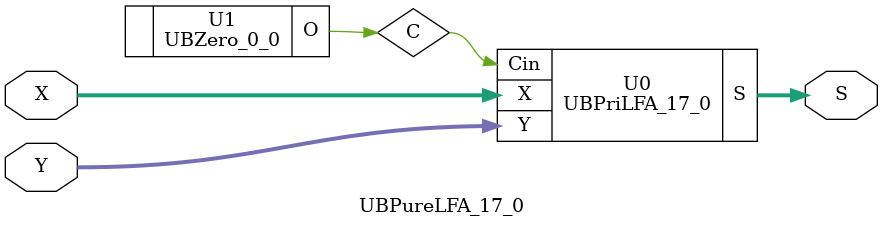
<source format=v>
/*----------------------------------------------------------------------------
  Copyright (c) 2021 Homma laboratory. All rights reserved.

  Top module: UBLFA_17_0_17_0

  Operand-1 length: 18
  Operand-2 length: 18
  Two-operand addition algorithm: Ladner-Fischer adder
----------------------------------------------------------------------------*/

module GPGenerator(Go, Po, A, B);
  output Go;
  output Po;
  input A;
  input B;
  assign Go = A & B;
  assign Po = A ^ B;
endmodule

module CarryOperator(Go, Po, Gi1, Pi1, Gi2, Pi2);
  output Go;
  output Po;
  input Gi1;
  input Gi2;
  input Pi1;
  input Pi2;
  assign Go = Gi1 | ( Gi2 & Pi1 );
  assign Po = Pi1 & Pi2;
endmodule

module UBPriLFA_17_0(S, X, Y, Cin);
  output [18:0] S;
  input Cin;
  input [17:0] X;
  input [17:0] Y;
  wire [17:0] G0;
  wire [17:0] G1;
  wire [17:0] G2;
  wire [17:0] G3;
  wire [17:0] G4;
  wire [17:0] G5;
  wire [17:0] P0;
  wire [17:0] P1;
  wire [17:0] P2;
  wire [17:0] P3;
  wire [17:0] P4;
  wire [17:0] P5;
  assign P1[0] = P0[0];
  assign G1[0] = G0[0];
  assign P1[2] = P0[2];
  assign G1[2] = G0[2];
  assign P1[4] = P0[4];
  assign G1[4] = G0[4];
  assign P1[6] = P0[6];
  assign G1[6] = G0[6];
  assign P1[8] = P0[8];
  assign G1[8] = G0[8];
  assign P1[10] = P0[10];
  assign G1[10] = G0[10];
  assign P1[12] = P0[12];
  assign G1[12] = G0[12];
  assign P1[14] = P0[14];
  assign G1[14] = G0[14];
  assign P1[16] = P0[16];
  assign G1[16] = G0[16];
  assign P2[0] = P1[0];
  assign G2[0] = G1[0];
  assign P2[1] = P1[1];
  assign G2[1] = G1[1];
  assign P2[4] = P1[4];
  assign G2[4] = G1[4];
  assign P2[5] = P1[5];
  assign G2[5] = G1[5];
  assign P2[8] = P1[8];
  assign G2[8] = G1[8];
  assign P2[9] = P1[9];
  assign G2[9] = G1[9];
  assign P2[12] = P1[12];
  assign G2[12] = G1[12];
  assign P2[13] = P1[13];
  assign G2[13] = G1[13];
  assign P2[16] = P1[16];
  assign G2[16] = G1[16];
  assign P2[17] = P1[17];
  assign G2[17] = G1[17];
  assign P3[0] = P2[0];
  assign G3[0] = G2[0];
  assign P3[1] = P2[1];
  assign G3[1] = G2[1];
  assign P3[2] = P2[2];
  assign G3[2] = G2[2];
  assign P3[3] = P2[3];
  assign G3[3] = G2[3];
  assign P3[8] = P2[8];
  assign G3[8] = G2[8];
  assign P3[9] = P2[9];
  assign G3[9] = G2[9];
  assign P3[10] = P2[10];
  assign G3[10] = G2[10];
  assign P3[11] = P2[11];
  assign G3[11] = G2[11];
  assign P3[16] = P2[16];
  assign G3[16] = G2[16];
  assign P3[17] = P2[17];
  assign G3[17] = G2[17];
  assign P4[0] = P3[0];
  assign G4[0] = G3[0];
  assign P4[1] = P3[1];
  assign G4[1] = G3[1];
  assign P4[2] = P3[2];
  assign G4[2] = G3[2];
  assign P4[3] = P3[3];
  assign G4[3] = G3[3];
  assign P4[4] = P3[4];
  assign G4[4] = G3[4];
  assign P4[5] = P3[5];
  assign G4[5] = G3[5];
  assign P4[6] = P3[6];
  assign G4[6] = G3[6];
  assign P4[7] = P3[7];
  assign G4[7] = G3[7];
  assign P4[16] = P3[16];
  assign G4[16] = G3[16];
  assign P4[17] = P3[17];
  assign G4[17] = G3[17];
  assign P5[0] = P4[0];
  assign G5[0] = G4[0];
  assign P5[1] = P4[1];
  assign G5[1] = G4[1];
  assign P5[2] = P4[2];
  assign G5[2] = G4[2];
  assign P5[3] = P4[3];
  assign G5[3] = G4[3];
  assign P5[4] = P4[4];
  assign G5[4] = G4[4];
  assign P5[5] = P4[5];
  assign G5[5] = G4[5];
  assign P5[6] = P4[6];
  assign G5[6] = G4[6];
  assign P5[7] = P4[7];
  assign G5[7] = G4[7];
  assign P5[8] = P4[8];
  assign G5[8] = G4[8];
  assign P5[9] = P4[9];
  assign G5[9] = G4[9];
  assign P5[10] = P4[10];
  assign G5[10] = G4[10];
  assign P5[11] = P4[11];
  assign G5[11] = G4[11];
  assign P5[12] = P4[12];
  assign G5[12] = G4[12];
  assign P5[13] = P4[13];
  assign G5[13] = G4[13];
  assign P5[14] = P4[14];
  assign G5[14] = G4[14];
  assign P5[15] = P4[15];
  assign G5[15] = G4[15];
  assign S[0] = Cin ^ P0[0];
  assign S[1] = ( G5[0] | ( P5[0] & Cin ) ) ^ P0[1];
  assign S[2] = ( G5[1] | ( P5[1] & Cin ) ) ^ P0[2];
  assign S[3] = ( G5[2] | ( P5[2] & Cin ) ) ^ P0[3];
  assign S[4] = ( G5[3] | ( P5[3] & Cin ) ) ^ P0[4];
  assign S[5] = ( G5[4] | ( P5[4] & Cin ) ) ^ P0[5];
  assign S[6] = ( G5[5] | ( P5[5] & Cin ) ) ^ P0[6];
  assign S[7] = ( G5[6] | ( P5[6] & Cin ) ) ^ P0[7];
  assign S[8] = ( G5[7] | ( P5[7] & Cin ) ) ^ P0[8];
  assign S[9] = ( G5[8] | ( P5[8] & Cin ) ) ^ P0[9];
  assign S[10] = ( G5[9] | ( P5[9] & Cin ) ) ^ P0[10];
  assign S[11] = ( G5[10] | ( P5[10] & Cin ) ) ^ P0[11];
  assign S[12] = ( G5[11] | ( P5[11] & Cin ) ) ^ P0[12];
  assign S[13] = ( G5[12] | ( P5[12] & Cin ) ) ^ P0[13];
  assign S[14] = ( G5[13] | ( P5[13] & Cin ) ) ^ P0[14];
  assign S[15] = ( G5[14] | ( P5[14] & Cin ) ) ^ P0[15];
  assign S[16] = ( G5[15] | ( P5[15] & Cin ) ) ^ P0[16];
  assign S[17] = ( G5[16] | ( P5[16] & Cin ) ) ^ P0[17];
  assign S[18] = G5[17] | ( P5[17] & Cin );
  GPGenerator U0 (G0[0], P0[0], X[0], Y[0]);
  GPGenerator U1 (G0[1], P0[1], X[1], Y[1]);
  GPGenerator U2 (G0[2], P0[2], X[2], Y[2]);
  GPGenerator U3 (G0[3], P0[3], X[3], Y[3]);
  GPGenerator U4 (G0[4], P0[4], X[4], Y[4]);
  GPGenerator U5 (G0[5], P0[5], X[5], Y[5]);
  GPGenerator U6 (G0[6], P0[6], X[6], Y[6]);
  GPGenerator U7 (G0[7], P0[7], X[7], Y[7]);
  GPGenerator U8 (G0[8], P0[8], X[8], Y[8]);
  GPGenerator U9 (G0[9], P0[9], X[9], Y[9]);
  GPGenerator U10 (G0[10], P0[10], X[10], Y[10]);
  GPGenerator U11 (G0[11], P0[11], X[11], Y[11]);
  GPGenerator U12 (G0[12], P0[12], X[12], Y[12]);
  GPGenerator U13 (G0[13], P0[13], X[13], Y[13]);
  GPGenerator U14 (G0[14], P0[14], X[14], Y[14]);
  GPGenerator U15 (G0[15], P0[15], X[15], Y[15]);
  GPGenerator U16 (G0[16], P0[16], X[16], Y[16]);
  GPGenerator U17 (G0[17], P0[17], X[17], Y[17]);
  CarryOperator U18 (G1[1], P1[1], G0[1], P0[1], G0[0], P0[0]);
  CarryOperator U19 (G1[3], P1[3], G0[3], P0[3], G0[2], P0[2]);
  CarryOperator U20 (G1[5], P1[5], G0[5], P0[5], G0[4], P0[4]);
  CarryOperator U21 (G1[7], P1[7], G0[7], P0[7], G0[6], P0[6]);
  CarryOperator U22 (G1[9], P1[9], G0[9], P0[9], G0[8], P0[8]);
  CarryOperator U23 (G1[11], P1[11], G0[11], P0[11], G0[10], P0[10]);
  CarryOperator U24 (G1[13], P1[13], G0[13], P0[13], G0[12], P0[12]);
  CarryOperator U25 (G1[15], P1[15], G0[15], P0[15], G0[14], P0[14]);
  CarryOperator U26 (G1[17], P1[17], G0[17], P0[17], G0[16], P0[16]);
  CarryOperator U27 (G2[2], P2[2], G1[2], P1[2], G1[1], P1[1]);
  CarryOperator U28 (G2[3], P2[3], G1[3], P1[3], G1[1], P1[1]);
  CarryOperator U29 (G2[6], P2[6], G1[6], P1[6], G1[5], P1[5]);
  CarryOperator U30 (G2[7], P2[7], G1[7], P1[7], G1[5], P1[5]);
  CarryOperator U31 (G2[10], P2[10], G1[10], P1[10], G1[9], P1[9]);
  CarryOperator U32 (G2[11], P2[11], G1[11], P1[11], G1[9], P1[9]);
  CarryOperator U33 (G2[14], P2[14], G1[14], P1[14], G1[13], P1[13]);
  CarryOperator U34 (G2[15], P2[15], G1[15], P1[15], G1[13], P1[13]);
  CarryOperator U35 (G3[4], P3[4], G2[4], P2[4], G2[3], P2[3]);
  CarryOperator U36 (G3[5], P3[5], G2[5], P2[5], G2[3], P2[3]);
  CarryOperator U37 (G3[6], P3[6], G2[6], P2[6], G2[3], P2[3]);
  CarryOperator U38 (G3[7], P3[7], G2[7], P2[7], G2[3], P2[3]);
  CarryOperator U39 (G3[12], P3[12], G2[12], P2[12], G2[11], P2[11]);
  CarryOperator U40 (G3[13], P3[13], G2[13], P2[13], G2[11], P2[11]);
  CarryOperator U41 (G3[14], P3[14], G2[14], P2[14], G2[11], P2[11]);
  CarryOperator U42 (G3[15], P3[15], G2[15], P2[15], G2[11], P2[11]);
  CarryOperator U43 (G4[8], P4[8], G3[8], P3[8], G3[7], P3[7]);
  CarryOperator U44 (G4[9], P4[9], G3[9], P3[9], G3[7], P3[7]);
  CarryOperator U45 (G4[10], P4[10], G3[10], P3[10], G3[7], P3[7]);
  CarryOperator U46 (G4[11], P4[11], G3[11], P3[11], G3[7], P3[7]);
  CarryOperator U47 (G4[12], P4[12], G3[12], P3[12], G3[7], P3[7]);
  CarryOperator U48 (G4[13], P4[13], G3[13], P3[13], G3[7], P3[7]);
  CarryOperator U49 (G4[14], P4[14], G3[14], P3[14], G3[7], P3[7]);
  CarryOperator U50 (G4[15], P4[15], G3[15], P3[15], G3[7], P3[7]);
  CarryOperator U51 (G5[16], P5[16], G4[16], P4[16], G4[15], P4[15]);
  CarryOperator U52 (G5[17], P5[17], G4[17], P4[17], G4[15], P4[15]);
endmodule

module UBZero_0_0(O);
  output [0:0] O;
  assign O[0] = 0;
endmodule

module UBLFA_17_0_17_0 (S, X, Y);
  output [18:0] S;
  input [17:0] X;
  input [17:0] Y;
  UBPureLFA_17_0 U0 (S[18:0], X[17:0], Y[17:0]);
endmodule

module UBPureLFA_17_0 (S, X, Y);
  output [18:0] S;
  input [17:0] X;
  input [17:0] Y;
  wire C;
  UBPriLFA_17_0 U0 (S, X, Y, C);
  UBZero_0_0 U1 (C);
endmodule


</source>
